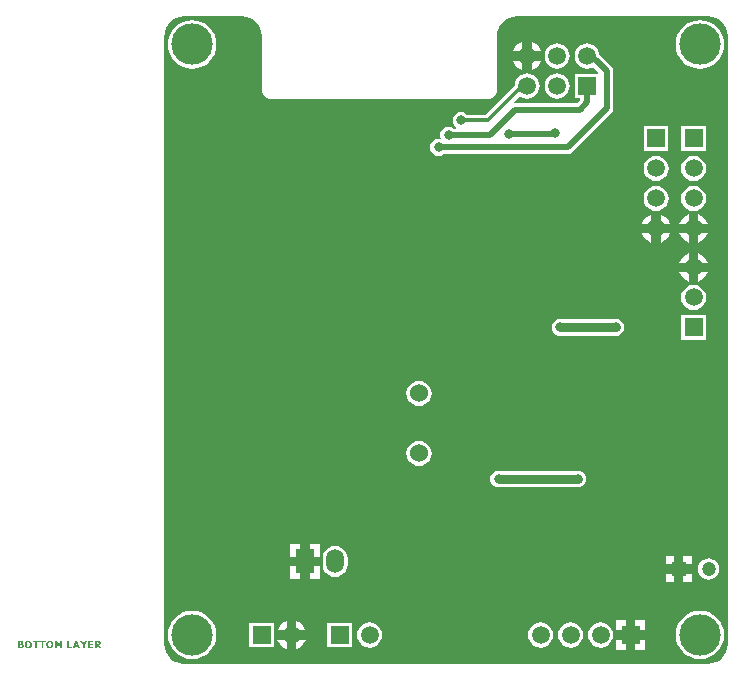
<source format=gbl>
G04*
G04 #@! TF.GenerationSoftware,Altium Limited,Altium Designer,21.6.4 (81)*
G04*
G04 Layer_Physical_Order=2*
G04 Layer_Color=16711680*
%FSLAX25Y25*%
%MOIN*%
G70*
G04*
G04 #@! TF.SameCoordinates,7C905695-A8D0-471C-AD1A-FFB52B7834A9*
G04*
G04*
G04 #@! TF.FilePolarity,Positive*
G04*
G01*
G75*
%ADD64C,0.01968*%
%ADD65C,0.01181*%
%ADD68C,0.03150*%
%ADD71C,0.13780*%
%ADD72R,0.05906X0.05906*%
%ADD73C,0.05906*%
%ADD74C,0.04724*%
%ADD75R,0.04724X0.04724*%
%ADD76C,0.06000*%
%ADD77R,0.05906X0.05906*%
%ADD78R,0.05906X0.07874*%
%ADD79O,0.05906X0.07874*%
%ADD80C,0.03150*%
%ADD81C,0.03937*%
G36*
X88665Y111652D02*
X89880Y111283D01*
X91000Y110685D01*
X91982Y109879D01*
X92787Y108898D01*
X93386Y107778D01*
X93754Y106563D01*
X93876Y105327D01*
X93871Y105299D01*
X93871Y-97626D01*
X93876Y-97654D01*
X93754Y-98890D01*
X93386Y-100105D01*
X92787Y-101225D01*
X91982Y-102206D01*
X91000Y-103012D01*
X89880Y-103610D01*
X88665Y-103979D01*
X87429Y-104101D01*
X87402Y-104095D01*
X-86905Y-104095D01*
X-87402Y-104095D01*
X-87885Y-104056D01*
X-88665Y-103979D01*
X-89880Y-103610D01*
X-91000Y-103012D01*
X-91982Y-102206D01*
X-92787Y-101225D01*
X-93386Y-100105D01*
X-93754Y-98890D01*
X-93876Y-97654D01*
X-93871Y-97626D01*
X-93871Y104801D01*
X-93871Y104808D01*
X-93871Y105299D01*
X-93831Y105783D01*
X-93754Y106563D01*
X-93386Y107778D01*
X-92787Y108898D01*
X-91982Y109879D01*
X-91000Y110685D01*
X-89880Y111283D01*
X-88665Y111652D01*
X-87429Y111774D01*
X-87402Y111768D01*
X-67874D01*
X-67847Y111774D01*
X-66610Y111652D01*
X-65395Y111283D01*
X-64275Y110685D01*
X-63294Y109879D01*
X-62488Y108898D01*
X-61890Y107778D01*
X-61521Y106563D01*
X-61400Y105327D01*
X-61405Y105299D01*
Y87500D01*
X-61407D01*
X-61292Y86626D01*
X-60955Y85812D01*
X-60418Y85113D01*
X-59719Y84577D01*
X-58905Y84240D01*
X-58031Y84125D01*
Y84127D01*
X13657D01*
Y84125D01*
X14531Y84240D01*
X15345Y84577D01*
X16044Y85113D01*
X16581Y85812D01*
X16918Y86626D01*
X17033Y87500D01*
X17031D01*
Y105299D01*
X17026Y105327D01*
X17147Y106563D01*
X17516Y107778D01*
X18114Y108898D01*
X18920Y109879D01*
X19901Y110685D01*
X21021Y111283D01*
X22236Y111652D01*
X23472Y111774D01*
X23500Y111768D01*
X87402Y111768D01*
X87429Y111774D01*
X88665Y111652D01*
D02*
G37*
G36*
X-120433Y-97943D02*
Y-98852D01*
X-121039D01*
Y-97971D01*
X-121921Y-96499D01*
X-121233D01*
X-120722Y-97408D01*
X-120231Y-96499D01*
X-119565D01*
X-120433Y-97943D01*
D02*
G37*
G36*
X-127913Y-98852D02*
X-128519D01*
Y-97277D01*
X-128956Y-98298D01*
X-129374D01*
X-129808Y-97277D01*
Y-98852D01*
X-130378D01*
Y-96499D01*
X-129677D01*
X-129147Y-97681D01*
X-128620Y-96499D01*
X-127913D01*
Y-98852D01*
D02*
G37*
G36*
X-115904Y-96502D02*
X-115847Y-96505D01*
X-115787Y-96510D01*
X-115724Y-96516D01*
X-115667Y-96524D01*
X-115661D01*
X-115653Y-96526D01*
X-115642Y-96529D01*
X-115612Y-96535D01*
X-115574Y-96546D01*
X-115533Y-96559D01*
X-115484Y-96578D01*
X-115435Y-96600D01*
X-115385Y-96627D01*
X-115383D01*
X-115380Y-96630D01*
X-115364Y-96641D01*
X-115339Y-96660D01*
X-115309Y-96682D01*
X-115276Y-96712D01*
X-115241Y-96748D01*
X-115208Y-96789D01*
X-115175Y-96832D01*
Y-96835D01*
X-115173Y-96838D01*
X-115167Y-96846D01*
X-115162Y-96854D01*
X-115151Y-96881D01*
X-115134Y-96920D01*
X-115121Y-96963D01*
X-115107Y-97018D01*
X-115099Y-97078D01*
X-115096Y-97146D01*
Y-97149D01*
Y-97157D01*
Y-97171D01*
X-115099Y-97190D01*
Y-97212D01*
X-115102Y-97239D01*
X-115107Y-97266D01*
X-115112Y-97296D01*
X-115126Y-97365D01*
X-115148Y-97436D01*
X-115178Y-97507D01*
X-115197Y-97539D01*
X-115219Y-97572D01*
Y-97575D01*
X-115224Y-97580D01*
X-115233Y-97588D01*
X-115241Y-97599D01*
X-115268Y-97629D01*
X-115306Y-97668D01*
X-115355Y-97711D01*
X-115415Y-97755D01*
X-115484Y-97801D01*
X-115563Y-97845D01*
X-114777Y-98852D01*
X-115519D01*
X-116158Y-97990D01*
X-116436D01*
Y-98852D01*
X-117043D01*
Y-96499D01*
X-115953D01*
X-115904Y-96502D01*
D02*
G37*
G36*
X-117550Y-96955D02*
X-118645D01*
Y-97359D01*
X-117629D01*
Y-97815D01*
X-118645D01*
Y-98397D01*
X-117550D01*
Y-98852D01*
X-119251D01*
Y-96499D01*
X-117550D01*
Y-96955D01*
D02*
G37*
G36*
X-121973Y-98852D02*
X-122601D01*
X-122765Y-98378D01*
X-123633D01*
X-123796Y-98852D01*
X-124408D01*
X-123540Y-96499D01*
X-122844D01*
X-121973Y-98852D01*
D02*
G37*
G36*
X-125601Y-98397D02*
X-124512D01*
Y-98852D01*
X-126207D01*
Y-96499D01*
X-125601D01*
Y-98397D01*
D02*
G37*
G36*
X-133493Y-96955D02*
X-134228D01*
Y-98852D01*
X-134834D01*
Y-96955D01*
X-135568D01*
Y-96499D01*
X-133493D01*
Y-96955D01*
D02*
G37*
G36*
X-135699D02*
X-136434D01*
Y-98852D01*
X-137040D01*
Y-96955D01*
X-137774D01*
Y-96499D01*
X-135699D01*
Y-96955D01*
D02*
G37*
G36*
X-141716Y-96502D02*
X-141683D01*
X-141615Y-96505D01*
X-141547Y-96507D01*
X-141481Y-96513D01*
X-141454Y-96516D01*
X-141427Y-96518D01*
X-141421D01*
X-141405Y-96521D01*
X-141378Y-96526D01*
X-141345Y-96535D01*
X-141304Y-96548D01*
X-141260Y-96562D01*
X-141214Y-96581D01*
X-141165Y-96603D01*
X-141162D01*
X-141159Y-96606D01*
X-141143Y-96617D01*
X-141118Y-96630D01*
X-141088Y-96652D01*
X-141058Y-96677D01*
X-141023Y-96710D01*
X-140993Y-96745D01*
X-140965Y-96786D01*
X-140963Y-96791D01*
X-140955Y-96805D01*
X-140944Y-96830D01*
X-140930Y-96862D01*
X-140919Y-96900D01*
X-140908Y-96944D01*
X-140900Y-96993D01*
X-140897Y-97048D01*
Y-97051D01*
Y-97056D01*
Y-97064D01*
Y-97075D01*
X-140900Y-97092D01*
X-140903Y-97108D01*
X-140908Y-97149D01*
X-140919Y-97195D01*
X-140936Y-97247D01*
X-140957Y-97296D01*
X-140987Y-97348D01*
Y-97351D01*
X-140993Y-97354D01*
X-141004Y-97370D01*
X-141025Y-97395D01*
X-141053Y-97422D01*
X-141088Y-97455D01*
X-141132Y-97487D01*
X-141184Y-97520D01*
X-141241Y-97550D01*
Y-97564D01*
X-141238D01*
X-141230Y-97567D01*
X-141219Y-97569D01*
X-141203Y-97572D01*
X-141184Y-97580D01*
X-141162Y-97586D01*
X-141110Y-97605D01*
X-141053Y-97632D01*
X-140990Y-97665D01*
X-140933Y-97706D01*
X-140878Y-97755D01*
X-140875Y-97758D01*
X-140873Y-97760D01*
X-140865Y-97769D01*
X-140856Y-97780D01*
X-140845Y-97796D01*
X-140834Y-97812D01*
X-140823Y-97831D01*
X-140810Y-97856D01*
X-140796Y-97881D01*
X-140785Y-97911D01*
X-140763Y-97973D01*
X-140747Y-98047D01*
X-140744Y-98088D01*
X-140742Y-98132D01*
Y-98134D01*
Y-98140D01*
Y-98148D01*
Y-98162D01*
X-140744Y-98176D01*
Y-98192D01*
X-140750Y-98235D01*
X-140758Y-98282D01*
X-140772Y-98334D01*
X-140788Y-98386D01*
X-140813Y-98438D01*
Y-98440D01*
X-140815Y-98443D01*
X-140826Y-98459D01*
X-140840Y-98484D01*
X-140862Y-98517D01*
X-140889Y-98552D01*
X-140922Y-98588D01*
X-140957Y-98626D01*
X-141001Y-98661D01*
X-141004D01*
X-141006Y-98667D01*
X-141015Y-98672D01*
X-141025Y-98678D01*
X-141053Y-98697D01*
X-141091Y-98719D01*
X-141138Y-98743D01*
X-141189Y-98768D01*
X-141247Y-98790D01*
X-141307Y-98809D01*
X-141309D01*
X-141315Y-98812D01*
X-141323D01*
X-141337Y-98814D01*
X-141353Y-98820D01*
X-141372Y-98822D01*
X-141397Y-98825D01*
X-141421Y-98831D01*
X-141451Y-98833D01*
X-141481Y-98839D01*
X-141517Y-98842D01*
X-141555Y-98844D01*
X-141637Y-98850D01*
X-141727Y-98852D01*
X-142754D01*
Y-96499D01*
X-141746D01*
X-141716Y-96502D01*
D02*
G37*
G36*
X-132000Y-96453D02*
X-131962Y-96456D01*
X-131913Y-96461D01*
X-131858Y-96466D01*
X-131798Y-96477D01*
X-131733Y-96491D01*
X-131662Y-96510D01*
X-131591Y-96532D01*
X-131517Y-96557D01*
X-131443Y-96589D01*
X-131369Y-96627D01*
X-131299Y-96671D01*
X-131230Y-96723D01*
X-131167Y-96780D01*
X-131165Y-96783D01*
X-131154Y-96797D01*
X-131138Y-96816D01*
X-131116Y-96841D01*
X-131091Y-96873D01*
X-131064Y-96914D01*
X-131036Y-96963D01*
X-131004Y-97015D01*
X-130974Y-97078D01*
X-130946Y-97144D01*
X-130919Y-97217D01*
X-130894Y-97299D01*
X-130873Y-97384D01*
X-130856Y-97477D01*
X-130845Y-97575D01*
X-130843Y-97679D01*
Y-97681D01*
Y-97684D01*
Y-97692D01*
Y-97703D01*
X-130845Y-97733D01*
X-130848Y-97771D01*
X-130854Y-97818D01*
X-130859Y-97875D01*
X-130870Y-97935D01*
X-130884Y-98001D01*
X-130900Y-98072D01*
X-130922Y-98143D01*
X-130946Y-98219D01*
X-130979Y-98293D01*
X-131015Y-98367D01*
X-131058Y-98438D01*
X-131107Y-98506D01*
X-131165Y-98571D01*
X-131167Y-98574D01*
X-131178Y-98585D01*
X-131198Y-98601D01*
X-131225Y-98623D01*
X-131258Y-98648D01*
X-131296Y-98675D01*
X-131342Y-98705D01*
X-131397Y-98735D01*
X-131457Y-98768D01*
X-131522Y-98798D01*
X-131596Y-98825D01*
X-131675Y-98850D01*
X-131763Y-98872D01*
X-131853Y-98888D01*
X-131951Y-98899D01*
X-132055Y-98902D01*
X-132093D01*
X-132109Y-98899D01*
X-132148Y-98896D01*
X-132197Y-98891D01*
X-132251Y-98885D01*
X-132311Y-98874D01*
X-132380Y-98861D01*
X-132448Y-98842D01*
X-132522Y-98820D01*
X-132595Y-98795D01*
X-132669Y-98762D01*
X-132743Y-98724D01*
X-132814Y-98681D01*
X-132882Y-98629D01*
X-132945Y-98571D01*
X-132948Y-98569D01*
X-132958Y-98555D01*
X-132975Y-98536D01*
X-132994Y-98511D01*
X-133019Y-98479D01*
X-133046Y-98438D01*
X-133076Y-98391D01*
X-133103Y-98336D01*
X-133133Y-98277D01*
X-133163Y-98208D01*
X-133191Y-98134D01*
X-133215Y-98055D01*
X-133234Y-97971D01*
X-133250Y-97878D01*
X-133261Y-97782D01*
X-133264Y-97679D01*
Y-97676D01*
Y-97673D01*
Y-97665D01*
Y-97654D01*
Y-97640D01*
X-133261Y-97624D01*
X-133259Y-97586D01*
X-133253Y-97537D01*
X-133248Y-97482D01*
X-133237Y-97419D01*
X-133223Y-97354D01*
X-133207Y-97283D01*
X-133185Y-97209D01*
X-133160Y-97135D01*
X-133130Y-97059D01*
X-133092Y-96985D01*
X-133051Y-96914D01*
X-133002Y-96846D01*
X-132945Y-96780D01*
X-132942Y-96778D01*
X-132928Y-96767D01*
X-132912Y-96750D01*
X-132885Y-96729D01*
X-132852Y-96704D01*
X-132814Y-96677D01*
X-132767Y-96647D01*
X-132713Y-96614D01*
X-132653Y-96584D01*
X-132587Y-96554D01*
X-132513Y-96526D01*
X-132434Y-96502D01*
X-132347Y-96480D01*
X-132257Y-96464D01*
X-132159Y-96453D01*
X-132055Y-96450D01*
X-132030D01*
X-132000Y-96453D01*
D02*
G37*
G36*
X-139161D02*
X-139123Y-96456D01*
X-139074Y-96461D01*
X-139019Y-96466D01*
X-138959Y-96477D01*
X-138893Y-96491D01*
X-138822Y-96510D01*
X-138751Y-96532D01*
X-138678Y-96557D01*
X-138604Y-96589D01*
X-138530Y-96627D01*
X-138459Y-96671D01*
X-138391Y-96723D01*
X-138328Y-96780D01*
X-138326Y-96783D01*
X-138315Y-96797D01*
X-138298Y-96816D01*
X-138276Y-96841D01*
X-138252Y-96873D01*
X-138225Y-96914D01*
X-138197Y-96963D01*
X-138164Y-97015D01*
X-138135Y-97078D01*
X-138107Y-97144D01*
X-138080Y-97217D01*
X-138055Y-97299D01*
X-138033Y-97384D01*
X-138017Y-97477D01*
X-138006Y-97575D01*
X-138003Y-97679D01*
Y-97681D01*
Y-97684D01*
Y-97692D01*
Y-97703D01*
X-138006Y-97733D01*
X-138009Y-97771D01*
X-138014Y-97818D01*
X-138020Y-97875D01*
X-138031Y-97935D01*
X-138044Y-98001D01*
X-138061Y-98072D01*
X-138083Y-98143D01*
X-138107Y-98219D01*
X-138140Y-98293D01*
X-138175Y-98367D01*
X-138219Y-98438D01*
X-138268Y-98506D01*
X-138326Y-98571D01*
X-138328Y-98574D01*
X-138339Y-98585D01*
X-138358Y-98601D01*
X-138386Y-98623D01*
X-138418Y-98648D01*
X-138457Y-98675D01*
X-138503Y-98705D01*
X-138558Y-98735D01*
X-138618Y-98768D01*
X-138683Y-98798D01*
X-138757Y-98825D01*
X-138836Y-98850D01*
X-138924Y-98872D01*
X-139014Y-98888D01*
X-139112Y-98899D01*
X-139216Y-98902D01*
X-139254D01*
X-139270Y-98899D01*
X-139308Y-98896D01*
X-139357Y-98891D01*
X-139412Y-98885D01*
X-139472Y-98874D01*
X-139540Y-98861D01*
X-139609Y-98842D01*
X-139682Y-98820D01*
X-139756Y-98795D01*
X-139830Y-98762D01*
X-139903Y-98724D01*
X-139974Y-98681D01*
X-140043Y-98629D01*
X-140105Y-98571D01*
X-140108Y-98569D01*
X-140119Y-98555D01*
X-140136Y-98536D01*
X-140155Y-98511D01*
X-140179Y-98479D01*
X-140207Y-98438D01*
X-140237Y-98391D01*
X-140264Y-98336D01*
X-140294Y-98277D01*
X-140324Y-98208D01*
X-140351Y-98134D01*
X-140376Y-98055D01*
X-140395Y-97971D01*
X-140411Y-97878D01*
X-140422Y-97782D01*
X-140425Y-97679D01*
Y-97676D01*
Y-97673D01*
Y-97665D01*
Y-97654D01*
Y-97640D01*
X-140422Y-97624D01*
X-140419Y-97586D01*
X-140414Y-97537D01*
X-140409Y-97482D01*
X-140398Y-97419D01*
X-140384Y-97354D01*
X-140368Y-97283D01*
X-140346Y-97209D01*
X-140321Y-97135D01*
X-140291Y-97059D01*
X-140253Y-96985D01*
X-140212Y-96914D01*
X-140163Y-96846D01*
X-140105Y-96780D01*
X-140103Y-96778D01*
X-140089Y-96767D01*
X-140073Y-96750D01*
X-140045Y-96729D01*
X-140013Y-96704D01*
X-139974Y-96677D01*
X-139928Y-96647D01*
X-139874Y-96614D01*
X-139813Y-96584D01*
X-139748Y-96554D01*
X-139674Y-96526D01*
X-139595Y-96502D01*
X-139508Y-96480D01*
X-139418Y-96464D01*
X-139319Y-96453D01*
X-139216Y-96450D01*
X-139191D01*
X-139161Y-96453D01*
D02*
G37*
%LPC*%
G36*
X28575Y103174D02*
Y100075D01*
X31674D01*
X31299Y100982D01*
X30510Y102010D01*
X29482Y102799D01*
X28575Y103174D01*
D02*
G37*
G36*
X25425D02*
X24518Y102799D01*
X23490Y102010D01*
X22701Y100982D01*
X22326Y100075D01*
X25425D01*
Y103174D01*
D02*
G37*
G36*
X37000Y102670D02*
X35921Y102527D01*
X34915Y102111D01*
X34052Y101448D01*
X33389Y100585D01*
X32973Y99579D01*
X32831Y98500D01*
X32973Y97421D01*
X33389Y96415D01*
X34052Y95552D01*
X34915Y94889D01*
X35921Y94473D01*
X37000Y94331D01*
X38079Y94473D01*
X39085Y94889D01*
X39948Y95552D01*
X40611Y96415D01*
X41027Y97421D01*
X41170Y98500D01*
X41027Y99579D01*
X40611Y100585D01*
X39948Y101448D01*
X39085Y102111D01*
X38079Y102527D01*
X37000Y102670D01*
D02*
G37*
G36*
X84646Y110472D02*
X83064Y110316D01*
X81542Y109855D01*
X80140Y109105D01*
X78911Y108097D01*
X77903Y106868D01*
X77153Y105466D01*
X76692Y103944D01*
X76536Y102362D01*
X76692Y100780D01*
X77153Y99259D01*
X77903Y97857D01*
X78911Y96628D01*
X80140Y95619D01*
X81542Y94870D01*
X83064Y94408D01*
X84646Y94252D01*
X86228Y94408D01*
X87749Y94870D01*
X89151Y95619D01*
X90380Y96628D01*
X91389Y97857D01*
X92138Y99259D01*
X92600Y100780D01*
X92756Y102362D01*
X92600Y103944D01*
X92138Y105466D01*
X91389Y106868D01*
X90380Y108097D01*
X89151Y109105D01*
X87749Y109855D01*
X86228Y110316D01*
X84646Y110472D01*
D02*
G37*
G36*
X-84646D02*
X-86228Y110316D01*
X-87749Y109855D01*
X-89151Y109105D01*
X-90380Y108097D01*
X-91389Y106868D01*
X-92138Y105466D01*
X-92600Y103944D01*
X-92756Y102362D01*
X-92600Y100780D01*
X-92138Y99259D01*
X-91389Y97857D01*
X-90380Y96628D01*
X-89151Y95619D01*
X-87749Y94870D01*
X-86228Y94408D01*
X-84646Y94252D01*
X-83064Y94408D01*
X-81542Y94870D01*
X-80140Y95619D01*
X-78911Y96628D01*
X-77903Y97857D01*
X-77153Y99259D01*
X-76692Y100780D01*
X-76536Y102362D01*
X-76692Y103944D01*
X-77153Y105466D01*
X-77903Y106868D01*
X-78911Y108097D01*
X-80140Y109105D01*
X-81542Y109855D01*
X-83064Y110316D01*
X-84646Y110472D01*
D02*
G37*
G36*
X31674Y96925D02*
X28575D01*
Y93826D01*
X29482Y94201D01*
X30510Y94990D01*
X31299Y96018D01*
X31674Y96925D01*
D02*
G37*
G36*
X25425D02*
X22326D01*
X22701Y96018D01*
X23490Y94990D01*
X24518Y94201D01*
X25425Y93826D01*
Y96925D01*
D02*
G37*
G36*
X37000Y92669D02*
X35921Y92527D01*
X34915Y92111D01*
X34052Y91448D01*
X33389Y90585D01*
X32973Y89579D01*
X32831Y88500D01*
X32973Y87421D01*
X33389Y86415D01*
X34052Y85552D01*
X34915Y84889D01*
X35921Y84473D01*
X37000Y84330D01*
X38079Y84473D01*
X39085Y84889D01*
X39948Y85552D01*
X40611Y86415D01*
X41027Y87421D01*
X41170Y88500D01*
X41027Y89579D01*
X40611Y90585D01*
X39948Y91448D01*
X39085Y92111D01*
X38079Y92527D01*
X37000Y92669D01*
D02*
G37*
G36*
X47000Y102670D02*
X45921Y102527D01*
X44915Y102111D01*
X44052Y101448D01*
X43389Y100585D01*
X42973Y99579D01*
X42831Y98500D01*
X42973Y97421D01*
X43389Y96415D01*
X44052Y95552D01*
X44915Y94889D01*
X45921Y94473D01*
X47000Y94331D01*
X48079Y94473D01*
X49017Y94861D01*
X50744Y93134D01*
X50537Y92634D01*
X42866D01*
Y84366D01*
X44675D01*
X44744Y83866D01*
X43586Y82708D01*
X23000D01*
X22962Y82700D01*
X22716Y83161D01*
X24648Y85094D01*
X24915Y84889D01*
X25921Y84473D01*
X27000Y84330D01*
X28079Y84473D01*
X29085Y84889D01*
X29948Y85552D01*
X30611Y86415D01*
X31027Y87421D01*
X31170Y88500D01*
X31027Y89579D01*
X30611Y90585D01*
X29948Y91448D01*
X29085Y92111D01*
X28079Y92527D01*
X27000Y92669D01*
X25921Y92527D01*
X24915Y92111D01*
X24052Y91448D01*
X23389Y90585D01*
X22973Y89579D01*
X22830Y88500D01*
X22845Y88389D01*
X22813Y88368D01*
X13252Y78806D01*
X7088D01*
X6966Y78966D01*
X6390Y79407D01*
X5719Y79685D01*
X5000Y79780D01*
X4281Y79685D01*
X3610Y79407D01*
X3035Y78966D01*
X2593Y78390D01*
X2315Y77719D01*
X2220Y77000D01*
X2315Y76281D01*
X2593Y75610D01*
X3035Y75034D01*
X3460Y74708D01*
X3291Y74208D01*
X2491D01*
X2231Y74407D01*
X1560Y74685D01*
X841Y74780D01*
X122Y74685D01*
X-549Y74407D01*
X-1125Y73966D01*
X-1566Y73390D01*
X-1844Y72719D01*
X-1939Y72000D01*
X-1844Y71281D01*
X-1808Y71193D01*
X-2159Y70735D01*
X-2500Y70780D01*
X-3219Y70685D01*
X-3890Y70407D01*
X-4465Y69965D01*
X-4907Y69390D01*
X-5185Y68719D01*
X-5280Y68000D01*
X-5185Y67281D01*
X-4907Y66610D01*
X-4465Y66035D01*
X-3890Y65593D01*
X-3219Y65315D01*
X-2500Y65220D01*
X-1781Y65315D01*
X-1110Y65593D01*
X-850Y65792D01*
X40500D01*
X41345Y65960D01*
X42061Y66439D01*
X55061Y79439D01*
X55540Y80155D01*
X55708Y81000D01*
Y93500D01*
X55540Y94345D01*
X55061Y95061D01*
X51518Y98604D01*
X51121Y98870D01*
X51027Y99579D01*
X50611Y100585D01*
X49948Y101448D01*
X49085Y102111D01*
X48079Y102527D01*
X47000Y102670D01*
D02*
G37*
G36*
X86634Y75134D02*
X78366D01*
Y66866D01*
X86634D01*
Y75134D01*
D02*
G37*
G36*
X74134D02*
X65866D01*
Y66866D01*
X74134D01*
Y75134D01*
D02*
G37*
G36*
X82500Y65170D02*
X81421Y65027D01*
X80415Y64611D01*
X79552Y63948D01*
X78889Y63085D01*
X78473Y62079D01*
X78330Y61000D01*
X78473Y59921D01*
X78889Y58915D01*
X79552Y58052D01*
X80415Y57389D01*
X81421Y56973D01*
X82500Y56831D01*
X83579Y56973D01*
X84585Y57389D01*
X85448Y58052D01*
X86111Y58915D01*
X86527Y59921D01*
X86669Y61000D01*
X86527Y62079D01*
X86111Y63085D01*
X85448Y63948D01*
X84585Y64611D01*
X83579Y65027D01*
X82500Y65170D01*
D02*
G37*
G36*
X70000D02*
X68921Y65027D01*
X67915Y64611D01*
X67052Y63948D01*
X66389Y63085D01*
X65973Y62079D01*
X65830Y61000D01*
X65973Y59921D01*
X66389Y58915D01*
X67052Y58052D01*
X67915Y57389D01*
X68921Y56973D01*
X70000Y56831D01*
X71079Y56973D01*
X72085Y57389D01*
X72948Y58052D01*
X73611Y58915D01*
X74027Y59921D01*
X74169Y61000D01*
X74027Y62079D01*
X73611Y63085D01*
X72948Y63948D01*
X72085Y64611D01*
X71079Y65027D01*
X70000Y65170D01*
D02*
G37*
G36*
X82500Y55169D02*
X81421Y55027D01*
X80415Y54611D01*
X79552Y53948D01*
X78889Y53085D01*
X78473Y52079D01*
X78330Y51000D01*
X78473Y49921D01*
X78889Y48915D01*
X79552Y48052D01*
X80415Y47389D01*
X81421Y46973D01*
X82500Y46830D01*
X83579Y46973D01*
X84585Y47389D01*
X85448Y48052D01*
X86111Y48915D01*
X86527Y49921D01*
X86669Y51000D01*
X86527Y52079D01*
X86111Y53085D01*
X85448Y53948D01*
X84585Y54611D01*
X83579Y55027D01*
X82500Y55169D01*
D02*
G37*
G36*
X70000D02*
X68921Y55027D01*
X67915Y54611D01*
X67052Y53948D01*
X66389Y53085D01*
X65973Y52079D01*
X65830Y51000D01*
X65973Y49921D01*
X66389Y48915D01*
X67052Y48052D01*
X67915Y47389D01*
X68921Y46973D01*
X70000Y46830D01*
X71079Y46973D01*
X72085Y47389D01*
X72948Y48052D01*
X73611Y48915D01*
X74027Y49921D01*
X74169Y51000D01*
X74027Y52079D01*
X73611Y53085D01*
X72948Y53948D01*
X72085Y54611D01*
X71079Y55027D01*
X70000Y55169D01*
D02*
G37*
G36*
X84075Y45674D02*
Y42575D01*
X87174D01*
X86799Y43482D01*
X86010Y44510D01*
X84982Y45299D01*
X84075Y45674D01*
D02*
G37*
G36*
X71575D02*
Y42575D01*
X74674D01*
X74299Y43482D01*
X73510Y44510D01*
X72482Y45299D01*
X71575Y45674D01*
D02*
G37*
G36*
X68425D02*
X67518Y45299D01*
X66490Y44510D01*
X65701Y43482D01*
X65326Y42575D01*
X68425D01*
Y45674D01*
D02*
G37*
G36*
X80925D02*
X80018Y45299D01*
X78990Y44510D01*
X78201Y43482D01*
X77826Y42575D01*
X80925D01*
Y45674D01*
D02*
G37*
G36*
X87174Y39425D02*
X84075D01*
Y36326D01*
X84982Y36701D01*
X86010Y37490D01*
X86799Y38518D01*
X87174Y39425D01*
D02*
G37*
G36*
X74674D02*
X71575D01*
Y36326D01*
X72482Y36701D01*
X73510Y37490D01*
X74299Y38518D01*
X74674Y39425D01*
D02*
G37*
G36*
X80925D02*
X77826D01*
X78201Y38518D01*
X78990Y37490D01*
X80018Y36701D01*
X80925Y36326D01*
Y39425D01*
D02*
G37*
G36*
X68425D02*
X65326D01*
X65701Y38518D01*
X66490Y37490D01*
X67518Y36701D01*
X68425Y36326D01*
Y39425D01*
D02*
G37*
G36*
X84075Y32674D02*
Y29575D01*
X87174D01*
X86799Y30482D01*
X86010Y31510D01*
X84982Y32299D01*
X84075Y32674D01*
D02*
G37*
G36*
X80925D02*
X80018Y32299D01*
X78990Y31510D01*
X78201Y30482D01*
X77826Y29575D01*
X80925D01*
Y32674D01*
D02*
G37*
G36*
X87174Y26425D02*
X84075D01*
Y23326D01*
X84982Y23701D01*
X86010Y24490D01*
X86799Y25518D01*
X87174Y26425D01*
D02*
G37*
G36*
X80925D02*
X77826D01*
X78201Y25518D01*
X78990Y24490D01*
X80018Y23701D01*
X80925Y23326D01*
Y26425D01*
D02*
G37*
G36*
X82500Y22170D02*
X81421Y22027D01*
X80415Y21611D01*
X79552Y20948D01*
X78889Y20085D01*
X78473Y19079D01*
X78330Y18000D01*
X78473Y16921D01*
X78889Y15915D01*
X79552Y15052D01*
X80415Y14389D01*
X81421Y13973D01*
X82500Y13830D01*
X83579Y13973D01*
X84585Y14389D01*
X85448Y15052D01*
X86111Y15915D01*
X86527Y16921D01*
X86669Y18000D01*
X86527Y19079D01*
X86111Y20085D01*
X85448Y20948D01*
X84585Y21611D01*
X83579Y22027D01*
X82500Y22170D01*
D02*
G37*
G36*
X56500Y10780D02*
X38000D01*
X37281Y10685D01*
X36610Y10407D01*
X36035Y9966D01*
X35593Y9390D01*
X35315Y8719D01*
X35220Y8000D01*
X35315Y7281D01*
X35593Y6610D01*
X36035Y6035D01*
X36610Y5593D01*
X37281Y5315D01*
X38000Y5220D01*
X56500D01*
X57219Y5315D01*
X57890Y5593D01*
X58465Y6035D01*
X58907Y6610D01*
X59185Y7281D01*
X59280Y8000D01*
X59185Y8719D01*
X58907Y9390D01*
X58465Y9966D01*
X57890Y10407D01*
X57219Y10685D01*
X56500Y10780D01*
D02*
G37*
G36*
X86634Y12134D02*
X78366D01*
Y3866D01*
X86634D01*
Y12134D01*
D02*
G37*
G36*
X-9000Y-9783D02*
X-10091Y-9927D01*
X-11109Y-10348D01*
X-11982Y-11018D01*
X-12652Y-11891D01*
X-13073Y-12909D01*
X-13217Y-14000D01*
X-13073Y-15091D01*
X-12652Y-16109D01*
X-11982Y-16982D01*
X-11109Y-17652D01*
X-10091Y-18074D01*
X-9000Y-18217D01*
X-7908Y-18074D01*
X-6891Y-17652D01*
X-6018Y-16982D01*
X-5348Y-16109D01*
X-4927Y-15091D01*
X-4783Y-14000D01*
X-4927Y-12909D01*
X-5348Y-11891D01*
X-6018Y-11018D01*
X-6891Y-10348D01*
X-7908Y-9927D01*
X-9000Y-9783D01*
D02*
G37*
G36*
Y-29783D02*
X-10091Y-29926D01*
X-11109Y-30348D01*
X-11982Y-31018D01*
X-12652Y-31891D01*
X-13073Y-32908D01*
X-13217Y-34000D01*
X-13073Y-35092D01*
X-12652Y-36109D01*
X-11982Y-36982D01*
X-11109Y-37652D01*
X-10091Y-38074D01*
X-9000Y-38217D01*
X-7908Y-38074D01*
X-6891Y-37652D01*
X-6018Y-36982D01*
X-5348Y-36109D01*
X-4927Y-35092D01*
X-4783Y-34000D01*
X-4927Y-32908D01*
X-5348Y-31891D01*
X-6018Y-31018D01*
X-6891Y-30348D01*
X-7908Y-29926D01*
X-9000Y-29783D01*
D02*
G37*
G36*
X44000Y-39720D02*
X17500D01*
X16781Y-39815D01*
X16110Y-40093D01*
X15534Y-40534D01*
X15093Y-41110D01*
X14815Y-41781D01*
X14720Y-42500D01*
X14815Y-43219D01*
X15093Y-43890D01*
X15534Y-44466D01*
X16110Y-44907D01*
X16781Y-45185D01*
X17500Y-45280D01*
X44000D01*
X44719Y-45185D01*
X45390Y-44907D01*
X45965Y-44466D01*
X46407Y-43890D01*
X46685Y-43219D01*
X46780Y-42500D01*
X46685Y-41781D01*
X46407Y-41110D01*
X45965Y-40534D01*
X45390Y-40093D01*
X44719Y-39815D01*
X44000Y-39720D01*
D02*
G37*
G36*
X-42079Y-64095D02*
X-45425D01*
Y-68425D01*
X-42079D01*
Y-64095D01*
D02*
G37*
G36*
X-48575D02*
X-51921D01*
Y-68425D01*
X-48575D01*
Y-64095D01*
D02*
G37*
G36*
X81831Y-68169D02*
X79075D01*
Y-70925D01*
X81831D01*
Y-68169D01*
D02*
G37*
G36*
X75925D02*
X73169D01*
Y-70925D01*
X75925D01*
Y-68169D01*
D02*
G37*
G36*
X-37000Y-64846D02*
X-38079Y-64988D01*
X-39085Y-65405D01*
X-39948Y-66067D01*
X-40611Y-66931D01*
X-41027Y-67937D01*
X-41170Y-69016D01*
Y-70984D01*
X-41027Y-72063D01*
X-40611Y-73069D01*
X-39948Y-73933D01*
X-39085Y-74595D01*
X-38079Y-75012D01*
X-37000Y-75154D01*
X-35921Y-75012D01*
X-34915Y-74595D01*
X-34052Y-73933D01*
X-33389Y-73069D01*
X-32973Y-72063D01*
X-32831Y-70984D01*
Y-69016D01*
X-32973Y-67937D01*
X-33389Y-66931D01*
X-34052Y-66067D01*
X-34915Y-65405D01*
X-35921Y-64988D01*
X-37000Y-64846D01*
D02*
G37*
G36*
X-42079Y-71575D02*
X-45425D01*
Y-75906D01*
X-42079D01*
Y-71575D01*
D02*
G37*
G36*
X-48575D02*
X-51921D01*
Y-75906D01*
X-48575D01*
Y-71575D01*
D02*
G37*
G36*
X87500Y-68926D02*
X86575Y-69048D01*
X85713Y-69405D01*
X84973Y-69973D01*
X84405Y-70713D01*
X84048Y-71575D01*
X83926Y-72500D01*
X84048Y-73425D01*
X84405Y-74287D01*
X84973Y-75027D01*
X85713Y-75595D01*
X86575Y-75952D01*
X87500Y-76074D01*
X88425Y-75952D01*
X89287Y-75595D01*
X90027Y-75027D01*
X90595Y-74287D01*
X90952Y-73425D01*
X91074Y-72500D01*
X90952Y-71575D01*
X90595Y-70713D01*
X90027Y-69973D01*
X89287Y-69405D01*
X88425Y-69048D01*
X87500Y-68926D01*
D02*
G37*
G36*
X81831Y-74075D02*
X79075D01*
Y-76831D01*
X81831D01*
Y-74075D01*
D02*
G37*
G36*
X75925D02*
X73169D01*
Y-76831D01*
X75925D01*
Y-74075D01*
D02*
G37*
G36*
X66421Y-89579D02*
X63075D01*
Y-92925D01*
X66421D01*
Y-89579D01*
D02*
G37*
G36*
X-49925Y-89826D02*
Y-92925D01*
X-46826D01*
X-47201Y-92018D01*
X-47990Y-90990D01*
X-49018Y-90201D01*
X-49925Y-89826D01*
D02*
G37*
G36*
X-53075D02*
X-53982Y-90201D01*
X-55010Y-90990D01*
X-55799Y-92018D01*
X-56174Y-92925D01*
X-53075D01*
Y-89826D01*
D02*
G37*
G36*
X59925Y-89579D02*
X56579D01*
Y-92925D01*
X59925D01*
Y-89579D01*
D02*
G37*
G36*
X-31366Y-90366D02*
X-39634D01*
Y-98634D01*
X-31366D01*
Y-90366D01*
D02*
G37*
G36*
X-57366D02*
X-65634D01*
Y-98634D01*
X-57366D01*
Y-90366D01*
D02*
G37*
G36*
X51500Y-90330D02*
X50421Y-90473D01*
X49415Y-90889D01*
X48552Y-91552D01*
X47889Y-92415D01*
X47473Y-93421D01*
X47330Y-94500D01*
X47473Y-95579D01*
X47889Y-96585D01*
X48552Y-97448D01*
X49415Y-98111D01*
X50421Y-98527D01*
X51500Y-98669D01*
X52579Y-98527D01*
X53585Y-98111D01*
X54448Y-97448D01*
X55111Y-96585D01*
X55527Y-95579D01*
X55669Y-94500D01*
X55527Y-93421D01*
X55111Y-92415D01*
X54448Y-91552D01*
X53585Y-90889D01*
X52579Y-90473D01*
X51500Y-90330D01*
D02*
G37*
G36*
X41500D02*
X40421Y-90473D01*
X39415Y-90889D01*
X38552Y-91552D01*
X37889Y-92415D01*
X37473Y-93421D01*
X37330Y-94500D01*
X37473Y-95579D01*
X37889Y-96585D01*
X38552Y-97448D01*
X39415Y-98111D01*
X40421Y-98527D01*
X41500Y-98669D01*
X42579Y-98527D01*
X43585Y-98111D01*
X44448Y-97448D01*
X45111Y-96585D01*
X45527Y-95579D01*
X45669Y-94500D01*
X45527Y-93421D01*
X45111Y-92415D01*
X44448Y-91552D01*
X43585Y-90889D01*
X42579Y-90473D01*
X41500Y-90330D01*
D02*
G37*
G36*
X31500D02*
X30421Y-90473D01*
X29415Y-90889D01*
X28552Y-91552D01*
X27889Y-92415D01*
X27473Y-93421D01*
X27330Y-94500D01*
X27473Y-95579D01*
X27889Y-96585D01*
X28552Y-97448D01*
X29415Y-98111D01*
X30421Y-98527D01*
X31500Y-98669D01*
X32579Y-98527D01*
X33585Y-98111D01*
X34448Y-97448D01*
X35111Y-96585D01*
X35527Y-95579D01*
X35669Y-94500D01*
X35527Y-93421D01*
X35111Y-92415D01*
X34448Y-91552D01*
X33585Y-90889D01*
X32579Y-90473D01*
X31500Y-90330D01*
D02*
G37*
G36*
X-25500D02*
X-26579Y-90473D01*
X-27585Y-90889D01*
X-28448Y-91552D01*
X-29111Y-92415D01*
X-29527Y-93421D01*
X-29669Y-94500D01*
X-29527Y-95579D01*
X-29111Y-96585D01*
X-28448Y-97448D01*
X-27585Y-98111D01*
X-26579Y-98527D01*
X-25500Y-98669D01*
X-24421Y-98527D01*
X-23415Y-98111D01*
X-22552Y-97448D01*
X-21889Y-96585D01*
X-21473Y-95579D01*
X-21330Y-94500D01*
X-21473Y-93421D01*
X-21889Y-92415D01*
X-22552Y-91552D01*
X-23415Y-90889D01*
X-24421Y-90473D01*
X-25500Y-90330D01*
D02*
G37*
G36*
X-46826Y-96075D02*
X-49925D01*
Y-99174D01*
X-49018Y-98799D01*
X-47990Y-98010D01*
X-47201Y-96982D01*
X-46826Y-96075D01*
D02*
G37*
G36*
X-53075D02*
X-56174D01*
X-55799Y-96982D01*
X-55010Y-98010D01*
X-53982Y-98799D01*
X-53075Y-99174D01*
Y-96075D01*
D02*
G37*
G36*
X66421D02*
X63075D01*
Y-99421D01*
X66421D01*
Y-96075D01*
D02*
G37*
G36*
X59925D02*
X56579D01*
Y-99421D01*
X59925D01*
Y-96075D01*
D02*
G37*
G36*
X84646Y-86378D02*
X83064Y-86534D01*
X81542Y-86996D01*
X80140Y-87745D01*
X78911Y-88754D01*
X77903Y-89983D01*
X77153Y-91385D01*
X76692Y-92906D01*
X76536Y-94488D01*
X76692Y-96070D01*
X77153Y-97592D01*
X77903Y-98994D01*
X78911Y-100223D01*
X80140Y-101231D01*
X81542Y-101981D01*
X83064Y-102442D01*
X84646Y-102598D01*
X86228Y-102442D01*
X87749Y-101981D01*
X89151Y-101231D01*
X90380Y-100223D01*
X91389Y-98994D01*
X92138Y-97592D01*
X92600Y-96070D01*
X92756Y-94488D01*
X92600Y-92906D01*
X92138Y-91385D01*
X91389Y-89983D01*
X90380Y-88754D01*
X89151Y-87745D01*
X87749Y-86996D01*
X86228Y-86534D01*
X84646Y-86378D01*
D02*
G37*
G36*
X-84646D02*
X-86228Y-86534D01*
X-87749Y-86996D01*
X-89151Y-87745D01*
X-90380Y-88754D01*
X-91389Y-89983D01*
X-92138Y-91385D01*
X-92600Y-92906D01*
X-92756Y-94488D01*
X-92600Y-96070D01*
X-92138Y-97592D01*
X-91389Y-98994D01*
X-90380Y-100223D01*
X-89151Y-101231D01*
X-87749Y-101981D01*
X-86228Y-102442D01*
X-84646Y-102598D01*
X-83064Y-102442D01*
X-81542Y-101981D01*
X-80140Y-101231D01*
X-78911Y-100223D01*
X-77903Y-98994D01*
X-77153Y-97592D01*
X-76692Y-96070D01*
X-76536Y-94488D01*
X-76692Y-92906D01*
X-77153Y-91385D01*
X-77903Y-89983D01*
X-78911Y-88754D01*
X-80140Y-87745D01*
X-81542Y-86996D01*
X-83064Y-86534D01*
X-84646Y-86378D01*
D02*
G37*
G36*
X-116144Y-96933D02*
X-116436D01*
Y-97564D01*
X-116202D01*
X-116169Y-97561D01*
X-116131D01*
X-116090Y-97558D01*
X-116051Y-97556D01*
X-116013Y-97550D01*
X-116008D01*
X-115997Y-97548D01*
X-115978Y-97542D01*
X-115956Y-97537D01*
X-115929Y-97528D01*
X-115901Y-97518D01*
X-115874Y-97504D01*
X-115849Y-97487D01*
X-115847Y-97485D01*
X-115839Y-97479D01*
X-115828Y-97468D01*
X-115814Y-97455D01*
X-115784Y-97422D01*
X-115770Y-97403D01*
X-115757Y-97381D01*
X-115754Y-97378D01*
X-115751Y-97370D01*
X-115746Y-97356D01*
X-115740Y-97337D01*
X-115735Y-97316D01*
X-115732Y-97288D01*
X-115727Y-97255D01*
Y-97220D01*
Y-97217D01*
Y-97206D01*
X-115729Y-97190D01*
X-115732Y-97168D01*
X-115735Y-97144D01*
X-115743Y-97119D01*
X-115751Y-97094D01*
X-115765Y-97070D01*
X-115768Y-97067D01*
X-115770Y-97059D01*
X-115781Y-97048D01*
X-115792Y-97034D01*
X-115811Y-97018D01*
X-115830Y-97002D01*
X-115858Y-96985D01*
X-115888Y-96971D01*
X-115890D01*
X-115899Y-96969D01*
X-115912Y-96963D01*
X-115929Y-96958D01*
X-115948Y-96952D01*
X-115972Y-96950D01*
X-116000Y-96944D01*
X-116030Y-96942D01*
X-116032D01*
X-116043Y-96939D01*
X-116062D01*
X-116084Y-96936D01*
X-116112D01*
X-116144Y-96933D01*
D02*
G37*
G36*
X-123199Y-97108D02*
X-123485Y-97946D01*
X-122909D01*
X-123199Y-97108D01*
D02*
G37*
G36*
X-141885Y-96931D02*
X-142148D01*
Y-97427D01*
X-141891D01*
X-141847Y-97425D01*
X-141804D01*
X-141793Y-97422D01*
X-141774D01*
X-141752Y-97419D01*
X-141700Y-97408D01*
X-141673Y-97400D01*
X-141651Y-97392D01*
X-141648Y-97389D01*
X-141637Y-97386D01*
X-141623Y-97378D01*
X-141607Y-97367D01*
X-141572Y-97337D01*
X-141555Y-97318D01*
X-141544Y-97299D01*
Y-97296D01*
X-141539Y-97288D01*
X-141536Y-97277D01*
X-141531Y-97261D01*
X-141525Y-97242D01*
X-141522Y-97217D01*
X-141517Y-97165D01*
Y-97163D01*
Y-97154D01*
X-141520Y-97144D01*
Y-97130D01*
X-141531Y-97092D01*
X-141536Y-97072D01*
X-141547Y-97051D01*
Y-97048D01*
X-141552Y-97040D01*
X-141561Y-97029D01*
X-141572Y-97018D01*
X-141585Y-97002D01*
X-141604Y-96988D01*
X-141626Y-96974D01*
X-141651Y-96961D01*
X-141653D01*
X-141662Y-96958D01*
X-141675Y-96952D01*
X-141694Y-96947D01*
X-141719Y-96944D01*
X-141746Y-96939D01*
X-141779Y-96936D01*
X-141814Y-96933D01*
X-141856D01*
X-141885Y-96931D01*
D02*
G37*
G36*
X-141839Y-97834D02*
X-142148D01*
Y-98421D01*
X-141722D01*
X-141703Y-98418D01*
X-141675Y-98416D01*
X-141642Y-98410D01*
X-141610Y-98402D01*
X-141574Y-98394D01*
X-141539Y-98380D01*
X-141533Y-98378D01*
X-141522Y-98372D01*
X-141506Y-98364D01*
X-141487Y-98350D01*
X-141465Y-98336D01*
X-141443Y-98317D01*
X-141424Y-98298D01*
X-141408Y-98274D01*
X-141405Y-98271D01*
X-141402Y-98263D01*
X-141397Y-98249D01*
X-141389Y-98230D01*
X-141383Y-98208D01*
X-141378Y-98184D01*
X-141375Y-98154D01*
X-141372Y-98124D01*
Y-98118D01*
Y-98105D01*
X-141375Y-98085D01*
X-141378Y-98061D01*
X-141383Y-98033D01*
X-141391Y-98004D01*
X-141402Y-97976D01*
X-141416Y-97952D01*
X-141419Y-97949D01*
X-141424Y-97941D01*
X-141435Y-97930D01*
X-141451Y-97916D01*
X-141471Y-97903D01*
X-141495Y-97886D01*
X-141528Y-97872D01*
X-141563Y-97859D01*
X-141566D01*
X-141577Y-97856D01*
X-141593Y-97853D01*
X-141615Y-97848D01*
X-141642Y-97845D01*
X-141675Y-97842D01*
X-141716Y-97840D01*
X-141760Y-97837D01*
X-141806D01*
X-141839Y-97834D01*
D02*
G37*
G36*
X-132055Y-96895D02*
X-132074D01*
X-132096Y-96898D01*
X-132126Y-96900D01*
X-132159Y-96906D01*
X-132194Y-96914D01*
X-132232Y-96925D01*
X-132270Y-96939D01*
X-132276Y-96942D01*
X-132287Y-96947D01*
X-132306Y-96958D01*
X-132331Y-96971D01*
X-132360Y-96991D01*
X-132391Y-97013D01*
X-132423Y-97040D01*
X-132456Y-97072D01*
X-132459Y-97075D01*
X-132470Y-97089D01*
X-132483Y-97108D01*
X-132502Y-97138D01*
X-132522Y-97171D01*
X-132543Y-97215D01*
X-132565Y-97264D01*
X-132584Y-97318D01*
Y-97321D01*
X-132587Y-97326D01*
X-132590Y-97335D01*
X-132593Y-97346D01*
X-132595Y-97359D01*
X-132601Y-97378D01*
X-132609Y-97422D01*
X-132617Y-97474D01*
X-132625Y-97537D01*
X-132631Y-97605D01*
X-132633Y-97679D01*
Y-97681D01*
Y-97687D01*
Y-97698D01*
Y-97714D01*
X-132631Y-97730D01*
Y-97752D01*
X-132628Y-97801D01*
X-132623Y-97859D01*
X-132614Y-97919D01*
X-132604Y-97979D01*
X-132587Y-98036D01*
Y-98039D01*
X-132584Y-98042D01*
X-132582Y-98050D01*
X-132579Y-98061D01*
X-132568Y-98088D01*
X-132552Y-98121D01*
X-132535Y-98159D01*
X-132513Y-98200D01*
X-132486Y-98238D01*
X-132459Y-98277D01*
X-132456Y-98279D01*
X-132445Y-98293D01*
X-132429Y-98309D01*
X-132407Y-98328D01*
X-132380Y-98350D01*
X-132350Y-98372D01*
X-132314Y-98394D01*
X-132276Y-98413D01*
X-132270Y-98416D01*
X-132257Y-98418D01*
X-132235Y-98427D01*
X-132208Y-98435D01*
X-132175Y-98443D01*
X-132137Y-98448D01*
X-132098Y-98454D01*
X-132055Y-98457D01*
X-132036D01*
X-132011Y-98454D01*
X-131984Y-98451D01*
X-131948Y-98446D01*
X-131913Y-98438D01*
X-131872Y-98427D01*
X-131834Y-98413D01*
X-131828Y-98410D01*
X-131815Y-98405D01*
X-131795Y-98394D01*
X-131771Y-98380D01*
X-131741Y-98358D01*
X-131711Y-98336D01*
X-131678Y-98307D01*
X-131648Y-98274D01*
X-131645Y-98268D01*
X-131634Y-98255D01*
X-131618Y-98233D01*
X-131599Y-98200D01*
X-131577Y-98164D01*
X-131555Y-98121D01*
X-131536Y-98072D01*
X-131517Y-98020D01*
Y-98017D01*
X-131514Y-98014D01*
X-131511Y-98006D01*
X-131509Y-97993D01*
X-131506Y-97979D01*
X-131503Y-97962D01*
X-131495Y-97922D01*
X-131487Y-97870D01*
X-131479Y-97812D01*
X-131476Y-97747D01*
X-131473Y-97676D01*
Y-97673D01*
Y-97668D01*
Y-97657D01*
Y-97640D01*
X-131476Y-97621D01*
Y-97602D01*
X-131479Y-97553D01*
X-131484Y-97496D01*
X-131495Y-97436D01*
X-131506Y-97376D01*
X-131522Y-97318D01*
Y-97316D01*
X-131525Y-97313D01*
X-131528Y-97305D01*
X-131531Y-97294D01*
X-131542Y-97266D01*
X-131558Y-97231D01*
X-131574Y-97193D01*
X-131596Y-97152D01*
X-131623Y-97114D01*
X-131651Y-97075D01*
X-131653Y-97070D01*
X-131664Y-97059D01*
X-131681Y-97043D01*
X-131703Y-97023D01*
X-131730Y-97002D01*
X-131763Y-96980D01*
X-131798Y-96958D01*
X-131836Y-96939D01*
X-131842Y-96936D01*
X-131855Y-96931D01*
X-131875Y-96925D01*
X-131902Y-96917D01*
X-131935Y-96909D01*
X-131973Y-96900D01*
X-132011Y-96898D01*
X-132055Y-96895D01*
D02*
G37*
G36*
X-139216D02*
X-139235D01*
X-139257Y-96898D01*
X-139286Y-96900D01*
X-139319Y-96906D01*
X-139355Y-96914D01*
X-139393Y-96925D01*
X-139431Y-96939D01*
X-139437Y-96942D01*
X-139448Y-96947D01*
X-139467Y-96958D01*
X-139491Y-96971D01*
X-139521Y-96991D01*
X-139551Y-97013D01*
X-139584Y-97040D01*
X-139617Y-97072D01*
X-139620Y-97075D01*
X-139630Y-97089D01*
X-139644Y-97108D01*
X-139663Y-97138D01*
X-139682Y-97171D01*
X-139704Y-97215D01*
X-139726Y-97264D01*
X-139745Y-97318D01*
Y-97321D01*
X-139748Y-97326D01*
X-139751Y-97335D01*
X-139753Y-97346D01*
X-139756Y-97359D01*
X-139762Y-97378D01*
X-139770Y-97422D01*
X-139778Y-97474D01*
X-139786Y-97537D01*
X-139792Y-97605D01*
X-139794Y-97679D01*
Y-97681D01*
Y-97687D01*
Y-97698D01*
Y-97714D01*
X-139792Y-97730D01*
Y-97752D01*
X-139789Y-97801D01*
X-139783Y-97859D01*
X-139775Y-97919D01*
X-139764Y-97979D01*
X-139748Y-98036D01*
Y-98039D01*
X-139745Y-98042D01*
X-139743Y-98050D01*
X-139740Y-98061D01*
X-139729Y-98088D01*
X-139712Y-98121D01*
X-139696Y-98159D01*
X-139674Y-98200D01*
X-139647Y-98238D01*
X-139620Y-98277D01*
X-139617Y-98279D01*
X-139606Y-98293D01*
X-139590Y-98309D01*
X-139568Y-98328D01*
X-139540Y-98350D01*
X-139510Y-98372D01*
X-139475Y-98394D01*
X-139437Y-98413D01*
X-139431Y-98416D01*
X-139418Y-98418D01*
X-139396Y-98427D01*
X-139368Y-98435D01*
X-139336Y-98443D01*
X-139297Y-98448D01*
X-139259Y-98454D01*
X-139216Y-98457D01*
X-139197D01*
X-139172Y-98454D01*
X-139145Y-98451D01*
X-139109Y-98446D01*
X-139074Y-98438D01*
X-139033Y-98427D01*
X-138994Y-98413D01*
X-138989Y-98410D01*
X-138975Y-98405D01*
X-138956Y-98394D01*
X-138932Y-98380D01*
X-138902Y-98358D01*
X-138872Y-98336D01*
X-138839Y-98307D01*
X-138809Y-98274D01*
X-138806Y-98268D01*
X-138795Y-98255D01*
X-138779Y-98233D01*
X-138760Y-98200D01*
X-138738Y-98164D01*
X-138716Y-98121D01*
X-138697Y-98072D01*
X-138678Y-98020D01*
Y-98017D01*
X-138675Y-98014D01*
X-138672Y-98006D01*
X-138670Y-97993D01*
X-138667Y-97979D01*
X-138664Y-97962D01*
X-138656Y-97922D01*
X-138648Y-97870D01*
X-138639Y-97812D01*
X-138637Y-97747D01*
X-138634Y-97676D01*
Y-97673D01*
Y-97668D01*
Y-97657D01*
Y-97640D01*
X-138637Y-97621D01*
Y-97602D01*
X-138639Y-97553D01*
X-138645Y-97496D01*
X-138656Y-97436D01*
X-138667Y-97376D01*
X-138683Y-97318D01*
Y-97316D01*
X-138686Y-97313D01*
X-138689Y-97305D01*
X-138691Y-97294D01*
X-138702Y-97266D01*
X-138719Y-97231D01*
X-138735Y-97193D01*
X-138757Y-97152D01*
X-138784Y-97114D01*
X-138812Y-97075D01*
X-138814Y-97070D01*
X-138825Y-97059D01*
X-138842Y-97043D01*
X-138863Y-97023D01*
X-138891Y-97002D01*
X-138924Y-96980D01*
X-138959Y-96958D01*
X-138997Y-96939D01*
X-139003Y-96936D01*
X-139016Y-96931D01*
X-139035Y-96925D01*
X-139063Y-96917D01*
X-139095Y-96909D01*
X-139134Y-96900D01*
X-139172Y-96898D01*
X-139216Y-96895D01*
D02*
G37*
%LPD*%
D64*
X47000Y83000D02*
Y88500D01*
X44500Y80500D02*
X47000Y83000D01*
X23000Y80500D02*
X44500D01*
X14500Y72000D02*
X23000Y80500D01*
X841Y72000D02*
X14500D01*
X-2500Y68000D02*
X40500D01*
X47000Y98500D02*
X48065D01*
X49957Y97043D02*
X53500Y93500D01*
Y81000D02*
Y93500D01*
X48065Y98500D02*
X49523Y97043D01*
X49957D01*
X40500Y68000D02*
X53500Y81000D01*
X21137Y72637D02*
X36089D01*
X36226Y72774D01*
X21000Y72500D02*
X21137Y72637D01*
D65*
X14000Y77000D02*
X24090Y87090D01*
X5000Y77000D02*
X14000D01*
X24312Y87090D02*
X25722Y88500D01*
X27000D01*
X24090Y87090D02*
X24312D01*
D68*
X17500Y-42500D02*
X44000D01*
X38000Y8000D02*
X56500D01*
D71*
X-84646Y102362D02*
D03*
Y-94488D02*
D03*
X84646D02*
D03*
Y102362D02*
D03*
D72*
X47000Y88500D02*
D03*
X-35500Y-94500D02*
D03*
X-61500D02*
D03*
X61500D02*
D03*
D73*
X47000Y98500D02*
D03*
X37000Y88500D02*
D03*
Y98500D02*
D03*
X27000Y88500D02*
D03*
Y98500D02*
D03*
X82500Y28000D02*
D03*
Y18000D02*
D03*
X-25500Y-94500D02*
D03*
X-51500D02*
D03*
X51500D02*
D03*
X41500D02*
D03*
X31500D02*
D03*
X82500Y61000D02*
D03*
Y51000D02*
D03*
Y41000D02*
D03*
X70000Y61000D02*
D03*
Y51000D02*
D03*
Y41000D02*
D03*
D74*
X87500Y-72500D02*
D03*
D75*
X77500D02*
D03*
D76*
X-9000Y-34000D02*
D03*
Y-14000D02*
D03*
D77*
X82500Y8000D02*
D03*
Y71000D02*
D03*
X70000D02*
D03*
D78*
X-47000Y-70000D02*
D03*
D79*
X-37000D02*
D03*
D80*
X69000Y1500D02*
D03*
X76000Y-22500D02*
D03*
X5000Y77000D02*
D03*
X841Y72000D02*
D03*
X-2500Y68000D02*
D03*
X17500Y-42500D02*
D03*
X44000D02*
D03*
X-83000Y56500D02*
D03*
X-84000Y74500D02*
D03*
X56500Y8000D02*
D03*
X36226Y72774D02*
D03*
X21000Y72500D02*
D03*
X50000Y65000D02*
D03*
X-70500Y-15000D02*
D03*
Y-20000D02*
D03*
Y-25000D02*
D03*
X-75748D02*
D03*
Y-15000D02*
D03*
Y-20000D02*
D03*
X-24500Y-6000D02*
D03*
X-1000Y-24000D02*
D03*
X-5500D02*
D03*
X-9500D02*
D03*
X-13500D02*
D03*
X-17500D02*
D03*
X38000Y8000D02*
D03*
X67150Y-76000D02*
D03*
X29850Y-61350D02*
D03*
X-64500Y82500D02*
D03*
X-50000Y11500D02*
D03*
X9000Y-70500D02*
D03*
X26390Y6000D02*
D03*
Y-24000D02*
D03*
X-3500Y-67500D02*
D03*
D81*
X-18500Y-52000D02*
D03*
X-14000D02*
D03*
X-9500D02*
D03*
X-9400Y-46100D02*
D03*
X-13900D02*
D03*
X-18400D02*
D03*
M02*

</source>
